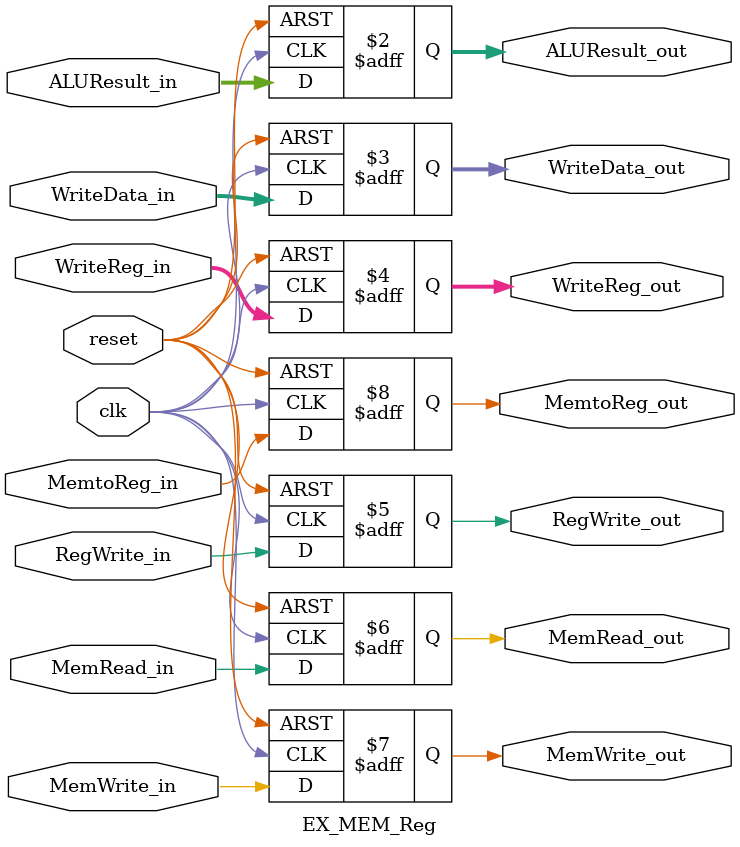
<source format=v>
`timescale 1ns / 1ps

module EX_MEM_Reg(
    input wire clk, reset,
    input wire [31:0] ALUResult_in, WriteData_in,
    input wire [4:0] WriteReg_in,
    input wire RegWrite_in, MemRead_in, MemWrite_in, MemtoReg_in,
    output reg [31:0] ALUResult_out, WriteData_out,
    output reg [4:0] WriteReg_out,
    output reg RegWrite_out, MemRead_out, MemWrite_out, MemtoReg_out
);
    always @(posedge clk or posedge reset) begin
        if (reset) begin
            ALUResult_out <= 0; WriteData_out <= 0; WriteReg_out <= 0;
            RegWrite_out <= 0; MemRead_out <= 0; MemWrite_out <= 0; MemtoReg_out <= 0;
        end else begin
            ALUResult_out <= ALUResult_in; WriteData_out <= WriteData_in;
            WriteReg_out <= WriteReg_in;
            RegWrite_out <= RegWrite_in; MemRead_out <= MemRead_in;
            MemWrite_out <= MemWrite_in; MemtoReg_out <= MemtoReg_in;
        end
    end
endmodule

</source>
